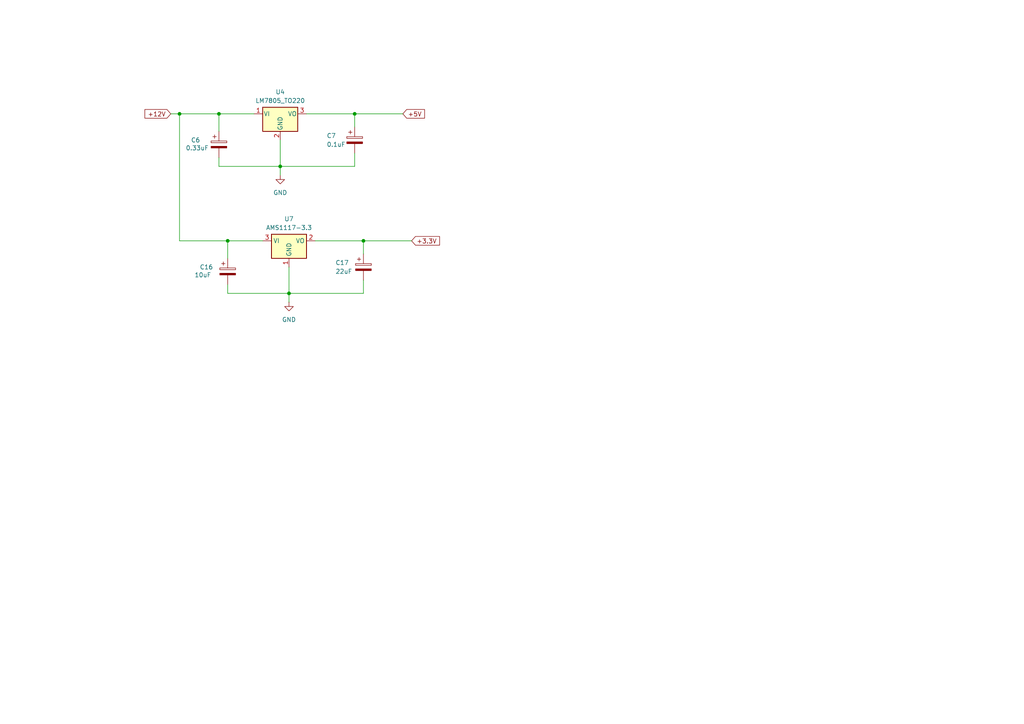
<source format=kicad_sch>
(kicad_sch
	(version 20250114)
	(generator "eeschema")
	(generator_version "9.0")
	(uuid "e9cbe54d-d0cb-43d7-ab7d-db4f338e7d1e")
	(paper "A4")
	(title_block
		(title "Modulo de regulación de alimentaciones")
	)
	(lib_symbols
		(symbol "Device:C_Polarized"
			(pin_numbers
				(hide yes)
			)
			(pin_names
				(offset 0.254)
			)
			(exclude_from_sim no)
			(in_bom yes)
			(on_board yes)
			(property "Reference" "C"
				(at 0.635 2.54 0)
				(effects
					(font
						(size 1.27 1.27)
					)
					(justify left)
				)
			)
			(property "Value" "C_Polarized"
				(at 0.635 -2.54 0)
				(effects
					(font
						(size 1.27 1.27)
					)
					(justify left)
				)
			)
			(property "Footprint" ""
				(at 0.9652 -3.81 0)
				(effects
					(font
						(size 1.27 1.27)
					)
					(hide yes)
				)
			)
			(property "Datasheet" "~"
				(at 0 0 0)
				(effects
					(font
						(size 1.27 1.27)
					)
					(hide yes)
				)
			)
			(property "Description" "Polarized capacitor"
				(at 0 0 0)
				(effects
					(font
						(size 1.27 1.27)
					)
					(hide yes)
				)
			)
			(property "ki_keywords" "cap capacitor"
				(at 0 0 0)
				(effects
					(font
						(size 1.27 1.27)
					)
					(hide yes)
				)
			)
			(property "ki_fp_filters" "CP_*"
				(at 0 0 0)
				(effects
					(font
						(size 1.27 1.27)
					)
					(hide yes)
				)
			)
			(symbol "C_Polarized_0_1"
				(rectangle
					(start -2.286 0.508)
					(end 2.286 1.016)
					(stroke
						(width 0)
						(type default)
					)
					(fill
						(type none)
					)
				)
				(polyline
					(pts
						(xy -1.778 2.286) (xy -0.762 2.286)
					)
					(stroke
						(width 0)
						(type default)
					)
					(fill
						(type none)
					)
				)
				(polyline
					(pts
						(xy -1.27 2.794) (xy -1.27 1.778)
					)
					(stroke
						(width 0)
						(type default)
					)
					(fill
						(type none)
					)
				)
				(rectangle
					(start 2.286 -0.508)
					(end -2.286 -1.016)
					(stroke
						(width 0)
						(type default)
					)
					(fill
						(type outline)
					)
				)
			)
			(symbol "C_Polarized_1_1"
				(pin passive line
					(at 0 3.81 270)
					(length 2.794)
					(name "~"
						(effects
							(font
								(size 1.27 1.27)
							)
						)
					)
					(number "1"
						(effects
							(font
								(size 1.27 1.27)
							)
						)
					)
				)
				(pin passive line
					(at 0 -3.81 90)
					(length 2.794)
					(name "~"
						(effects
							(font
								(size 1.27 1.27)
							)
						)
					)
					(number "2"
						(effects
							(font
								(size 1.27 1.27)
							)
						)
					)
				)
			)
			(embedded_fonts no)
		)
		(symbol "Regulator_Linear:AMS1117-3.3"
			(exclude_from_sim no)
			(in_bom yes)
			(on_board yes)
			(property "Reference" "U"
				(at -3.81 3.175 0)
				(effects
					(font
						(size 1.27 1.27)
					)
				)
			)
			(property "Value" "AMS1117-3.3"
				(at 0 3.175 0)
				(effects
					(font
						(size 1.27 1.27)
					)
					(justify left)
				)
			)
			(property "Footprint" "Package_TO_SOT_SMD:SOT-223-3_TabPin2"
				(at 0 5.08 0)
				(effects
					(font
						(size 1.27 1.27)
					)
					(hide yes)
				)
			)
			(property "Datasheet" "http://www.advanced-monolithic.com/pdf/ds1117.pdf"
				(at 2.54 -6.35 0)
				(effects
					(font
						(size 1.27 1.27)
					)
					(hide yes)
				)
			)
			(property "Description" "1A Low Dropout regulator, positive, 3.3V fixed output, SOT-223"
				(at 0 0 0)
				(effects
					(font
						(size 1.27 1.27)
					)
					(hide yes)
				)
			)
			(property "ki_keywords" "linear regulator ldo fixed positive"
				(at 0 0 0)
				(effects
					(font
						(size 1.27 1.27)
					)
					(hide yes)
				)
			)
			(property "ki_fp_filters" "SOT?223*TabPin2*"
				(at 0 0 0)
				(effects
					(font
						(size 1.27 1.27)
					)
					(hide yes)
				)
			)
			(symbol "AMS1117-3.3_0_1"
				(rectangle
					(start -5.08 -5.08)
					(end 5.08 1.905)
					(stroke
						(width 0.254)
						(type default)
					)
					(fill
						(type background)
					)
				)
			)
			(symbol "AMS1117-3.3_1_1"
				(pin power_in line
					(at -7.62 0 0)
					(length 2.54)
					(name "VI"
						(effects
							(font
								(size 1.27 1.27)
							)
						)
					)
					(number "3"
						(effects
							(font
								(size 1.27 1.27)
							)
						)
					)
				)
				(pin power_in line
					(at 0 -7.62 90)
					(length 2.54)
					(name "GND"
						(effects
							(font
								(size 1.27 1.27)
							)
						)
					)
					(number "1"
						(effects
							(font
								(size 1.27 1.27)
							)
						)
					)
				)
				(pin power_out line
					(at 7.62 0 180)
					(length 2.54)
					(name "VO"
						(effects
							(font
								(size 1.27 1.27)
							)
						)
					)
					(number "2"
						(effects
							(font
								(size 1.27 1.27)
							)
						)
					)
				)
			)
			(embedded_fonts no)
		)
		(symbol "Regulator_Linear:LM7805_TO220"
			(pin_names
				(offset 0.254)
			)
			(exclude_from_sim no)
			(in_bom yes)
			(on_board yes)
			(property "Reference" "U"
				(at -3.81 3.175 0)
				(effects
					(font
						(size 1.27 1.27)
					)
				)
			)
			(property "Value" "LM7805_TO220"
				(at 0 3.175 0)
				(effects
					(font
						(size 1.27 1.27)
					)
					(justify left)
				)
			)
			(property "Footprint" "Package_TO_SOT_THT:TO-220-3_Vertical"
				(at 0 5.715 0)
				(effects
					(font
						(size 1.27 1.27)
						(italic yes)
					)
					(hide yes)
				)
			)
			(property "Datasheet" "https://www.onsemi.cn/PowerSolutions/document/MC7800-D.PDF"
				(at 0 -1.27 0)
				(effects
					(font
						(size 1.27 1.27)
					)
					(hide yes)
				)
			)
			(property "Description" "Positive 1A 35V Linear Regulator, Fixed Output 5V, TO-220"
				(at 0 0 0)
				(effects
					(font
						(size 1.27 1.27)
					)
					(hide yes)
				)
			)
			(property "ki_keywords" "Voltage Regulator 1A Positive"
				(at 0 0 0)
				(effects
					(font
						(size 1.27 1.27)
					)
					(hide yes)
				)
			)
			(property "ki_fp_filters" "TO?220*"
				(at 0 0 0)
				(effects
					(font
						(size 1.27 1.27)
					)
					(hide yes)
				)
			)
			(symbol "LM7805_TO220_0_1"
				(rectangle
					(start -5.08 1.905)
					(end 5.08 -5.08)
					(stroke
						(width 0.254)
						(type default)
					)
					(fill
						(type background)
					)
				)
			)
			(symbol "LM7805_TO220_1_1"
				(pin power_in line
					(at -7.62 0 0)
					(length 2.54)
					(name "VI"
						(effects
							(font
								(size 1.27 1.27)
							)
						)
					)
					(number "1"
						(effects
							(font
								(size 1.27 1.27)
							)
						)
					)
				)
				(pin power_in line
					(at 0 -7.62 90)
					(length 2.54)
					(name "GND"
						(effects
							(font
								(size 1.27 1.27)
							)
						)
					)
					(number "2"
						(effects
							(font
								(size 1.27 1.27)
							)
						)
					)
				)
				(pin power_out line
					(at 7.62 0 180)
					(length 2.54)
					(name "VO"
						(effects
							(font
								(size 1.27 1.27)
							)
						)
					)
					(number "3"
						(effects
							(font
								(size 1.27 1.27)
							)
						)
					)
				)
			)
			(embedded_fonts no)
		)
		(symbol "power:GND"
			(power)
			(pin_numbers
				(hide yes)
			)
			(pin_names
				(offset 0)
				(hide yes)
			)
			(exclude_from_sim no)
			(in_bom yes)
			(on_board yes)
			(property "Reference" "#PWR"
				(at 0 -6.35 0)
				(effects
					(font
						(size 1.27 1.27)
					)
					(hide yes)
				)
			)
			(property "Value" "GND"
				(at 0 -3.81 0)
				(effects
					(font
						(size 1.27 1.27)
					)
				)
			)
			(property "Footprint" ""
				(at 0 0 0)
				(effects
					(font
						(size 1.27 1.27)
					)
					(hide yes)
				)
			)
			(property "Datasheet" ""
				(at 0 0 0)
				(effects
					(font
						(size 1.27 1.27)
					)
					(hide yes)
				)
			)
			(property "Description" "Power symbol creates a global label with name \"GND\" , ground"
				(at 0 0 0)
				(effects
					(font
						(size 1.27 1.27)
					)
					(hide yes)
				)
			)
			(property "ki_keywords" "global power"
				(at 0 0 0)
				(effects
					(font
						(size 1.27 1.27)
					)
					(hide yes)
				)
			)
			(symbol "GND_0_1"
				(polyline
					(pts
						(xy 0 0) (xy 0 -1.27) (xy 1.27 -1.27) (xy 0 -2.54) (xy -1.27 -1.27) (xy 0 -1.27)
					)
					(stroke
						(width 0)
						(type default)
					)
					(fill
						(type none)
					)
				)
			)
			(symbol "GND_1_1"
				(pin power_in line
					(at 0 0 270)
					(length 0)
					(name "~"
						(effects
							(font
								(size 1.27 1.27)
							)
						)
					)
					(number "1"
						(effects
							(font
								(size 1.27 1.27)
							)
						)
					)
				)
			)
			(embedded_fonts no)
		)
	)
	(junction
		(at 63.5 33.02)
		(diameter 0)
		(color 0 0 0 0)
		(uuid "289475d8-8f33-436d-b891-d861a7bbc3f6")
	)
	(junction
		(at 102.87 33.02)
		(diameter 0)
		(color 0 0 0 0)
		(uuid "4b081e02-03ef-4853-bded-630ecdbf8e24")
	)
	(junction
		(at 52.07 33.02)
		(diameter 0)
		(color 0 0 0 0)
		(uuid "5bfce696-6f7d-405e-ac9f-cb2ed1a8e49d")
	)
	(junction
		(at 105.41 69.85)
		(diameter 0)
		(color 0 0 0 0)
		(uuid "718222b4-5bb1-4496-a207-10719bf3360d")
	)
	(junction
		(at 83.82 85.09)
		(diameter 0)
		(color 0 0 0 0)
		(uuid "85dafb79-3e5e-4611-86e5-f94a7c1822a3")
	)
	(junction
		(at 66.04 69.85)
		(diameter 0)
		(color 0 0 0 0)
		(uuid "867ec097-e0a0-457f-8d2b-0754b890622b")
	)
	(junction
		(at 81.28 48.26)
		(diameter 0)
		(color 0 0 0 0)
		(uuid "bf8bcee9-4b00-4896-9990-f1c5bb66681e")
	)
	(wire
		(pts
			(xy 49.53 33.02) (xy 52.07 33.02)
		)
		(stroke
			(width 0)
			(type default)
		)
		(uuid "04c3270c-4f3b-4b6e-8356-a8528ca336ba")
	)
	(wire
		(pts
			(xy 66.04 69.85) (xy 76.2 69.85)
		)
		(stroke
			(width 0)
			(type default)
		)
		(uuid "0962cb1d-78fa-44a1-8eb5-7d7c4f6d0775")
	)
	(wire
		(pts
			(xy 83.82 77.47) (xy 83.82 85.09)
		)
		(stroke
			(width 0)
			(type default)
		)
		(uuid "128e27f7-f0bd-49b8-aeb1-b50d6e1cdd6d")
	)
	(wire
		(pts
			(xy 66.04 85.09) (xy 83.82 85.09)
		)
		(stroke
			(width 0)
			(type default)
		)
		(uuid "15b412e9-825b-4737-a46a-186321b169d7")
	)
	(wire
		(pts
			(xy 81.28 48.26) (xy 81.28 50.8)
		)
		(stroke
			(width 0)
			(type default)
		)
		(uuid "1cb7bf31-5865-4173-84a3-0ac0027e85c8")
	)
	(wire
		(pts
			(xy 52.07 33.02) (xy 52.07 69.85)
		)
		(stroke
			(width 0)
			(type default)
		)
		(uuid "247e051d-6caf-409e-9f93-9e9362d0d724")
	)
	(wire
		(pts
			(xy 91.44 69.85) (xy 105.41 69.85)
		)
		(stroke
			(width 0)
			(type default)
		)
		(uuid "2564c278-8c1b-47cf-9b51-76f88a92dd6d")
	)
	(wire
		(pts
			(xy 102.87 33.02) (xy 102.87 36.83)
		)
		(stroke
			(width 0)
			(type default)
		)
		(uuid "2565cb85-bd3d-4ea0-a7a3-315369700bcb")
	)
	(wire
		(pts
			(xy 81.28 40.64) (xy 81.28 48.26)
		)
		(stroke
			(width 0)
			(type default)
		)
		(uuid "3f22e390-e0e7-47f6-9fa3-977b80f78422")
	)
	(wire
		(pts
			(xy 105.41 85.09) (xy 83.82 85.09)
		)
		(stroke
			(width 0)
			(type default)
		)
		(uuid "50e661c4-60ec-456a-922d-8694ead8d24c")
	)
	(wire
		(pts
			(xy 52.07 69.85) (xy 66.04 69.85)
		)
		(stroke
			(width 0)
			(type default)
		)
		(uuid "640de431-1318-4eec-bf85-458ec98562b8")
	)
	(wire
		(pts
			(xy 63.5 48.26) (xy 81.28 48.26)
		)
		(stroke
			(width 0)
			(type default)
		)
		(uuid "72dbfdae-4e0d-42ee-8a20-52e90b95bc27")
	)
	(wire
		(pts
			(xy 66.04 82.55) (xy 66.04 85.09)
		)
		(stroke
			(width 0)
			(type default)
		)
		(uuid "82a5d376-8390-4697-b55a-a149a4cac1ab")
	)
	(wire
		(pts
			(xy 63.5 33.02) (xy 73.66 33.02)
		)
		(stroke
			(width 0)
			(type default)
		)
		(uuid "875e24a8-3844-4ec9-a4c9-75b6849ff6d3")
	)
	(wire
		(pts
			(xy 88.9 33.02) (xy 102.87 33.02)
		)
		(stroke
			(width 0)
			(type default)
		)
		(uuid "8e936c14-4d0f-4715-b0e7-4014bb650130")
	)
	(wire
		(pts
			(xy 105.41 69.85) (xy 105.41 73.66)
		)
		(stroke
			(width 0)
			(type default)
		)
		(uuid "904d723f-0595-46a2-96ae-33ce024f965a")
	)
	(wire
		(pts
			(xy 63.5 33.02) (xy 63.5 38.1)
		)
		(stroke
			(width 0)
			(type default)
		)
		(uuid "9277f189-4978-43fb-afb4-e1e64694761c")
	)
	(wire
		(pts
			(xy 105.41 69.85) (xy 119.38 69.85)
		)
		(stroke
			(width 0)
			(type default)
		)
		(uuid "a3137dff-ced4-4a29-a1c6-af40c22a41ce")
	)
	(wire
		(pts
			(xy 66.04 69.85) (xy 66.04 74.93)
		)
		(stroke
			(width 0)
			(type default)
		)
		(uuid "bd58134e-5672-4905-ae91-cff20b491dc6")
	)
	(wire
		(pts
			(xy 102.87 44.45) (xy 102.87 48.26)
		)
		(stroke
			(width 0)
			(type default)
		)
		(uuid "d09fdc96-4ebe-4385-9a00-09c5865041ff")
	)
	(wire
		(pts
			(xy 102.87 33.02) (xy 116.84 33.02)
		)
		(stroke
			(width 0)
			(type default)
		)
		(uuid "d1d2fe94-4121-488e-84e5-651a9c6c2ed3")
	)
	(wire
		(pts
			(xy 63.5 45.72) (xy 63.5 48.26)
		)
		(stroke
			(width 0)
			(type default)
		)
		(uuid "dc1e5ceb-f798-4a39-8df7-4b49f8350a8d")
	)
	(wire
		(pts
			(xy 52.07 33.02) (xy 63.5 33.02)
		)
		(stroke
			(width 0)
			(type default)
		)
		(uuid "e0ac15c0-ffb7-4193-a528-bcde4b309a68")
	)
	(wire
		(pts
			(xy 105.41 81.28) (xy 105.41 85.09)
		)
		(stroke
			(width 0)
			(type default)
		)
		(uuid "e5ce35e5-1bc9-4a1b-957e-bf0d635b5ace")
	)
	(wire
		(pts
			(xy 102.87 48.26) (xy 81.28 48.26)
		)
		(stroke
			(width 0)
			(type default)
		)
		(uuid "e7c5489b-48a2-4253-8dbe-51ee1016463f")
	)
	(wire
		(pts
			(xy 83.82 85.09) (xy 83.82 87.63)
		)
		(stroke
			(width 0)
			(type default)
		)
		(uuid "f30e73cb-5b3a-4362-ac37-a9777a80298a")
	)
	(global_label "+5V"
		(shape input)
		(at 116.84 33.02 0)
		(fields_autoplaced yes)
		(effects
			(font
				(size 1.27 1.27)
			)
			(justify left)
		)
		(uuid "2dfde3f0-9f63-4503-8ce8-a13959f0b6a0")
		(property "Intersheetrefs" "${INTERSHEET_REFS}"
			(at 123.6957 33.02 0)
			(effects
				(font
					(size 1.27 1.27)
				)
				(justify left)
				(hide yes)
			)
		)
	)
	(global_label "+12V"
		(shape input)
		(at 49.53 33.02 180)
		(fields_autoplaced yes)
		(effects
			(font
				(size 1.27 1.27)
			)
			(justify right)
		)
		(uuid "82226b14-f829-4c0f-bb78-9970f67c77e6")
		(property "Intersheetrefs" "${INTERSHEET_REFS}"
			(at 41.4648 33.02 0)
			(effects
				(font
					(size 1.27 1.27)
				)
				(justify right)
				(hide yes)
			)
		)
	)
	(global_label "+3.3V"
		(shape input)
		(at 119.38 69.85 0)
		(fields_autoplaced yes)
		(effects
			(font
				(size 1.27 1.27)
			)
			(justify left)
		)
		(uuid "d1a12161-1e76-4184-befd-4c28c1dca5c8")
		(property "Intersheetrefs" "${INTERSHEET_REFS}"
			(at 128.05 69.85 0)
			(effects
				(font
					(size 1.27 1.27)
				)
				(justify left)
				(hide yes)
			)
		)
	)
	(symbol
		(lib_id "Device:C_Polarized")
		(at 66.04 78.74 0)
		(unit 1)
		(exclude_from_sim no)
		(in_bom yes)
		(on_board yes)
		(dnp no)
		(uuid "269ffd0a-f6ee-4e71-9d0d-bdb53815cf70")
		(property "Reference" "C16"
			(at 57.912 77.47 0)
			(effects
				(font
					(size 1.27 1.27)
				)
				(justify left)
			)
		)
		(property "Value" "10uF"
			(at 56.388 79.756 0)
			(effects
				(font
					(size 1.27 1.27)
				)
				(justify left)
			)
		)
		(property "Footprint" ""
			(at 67.0052 82.55 0)
			(effects
				(font
					(size 1.27 1.27)
				)
				(hide yes)
			)
		)
		(property "Datasheet" "~"
			(at 66.04 78.74 0)
			(effects
				(font
					(size 1.27 1.27)
				)
				(hide yes)
			)
		)
		(property "Description" "Polarized capacitor"
			(at 66.04 78.74 0)
			(effects
				(font
					(size 1.27 1.27)
				)
				(hide yes)
			)
		)
		(pin "2"
			(uuid "8dc8776c-495f-41cf-8307-e53f017aa7c4")
		)
		(pin "1"
			(uuid "9146cc5c-eb73-4f27-887a-ecf5c070ef2b")
		)
		(instances
			(project "TFG_EC"
				(path "/03cb4eb5-4821-4614-a602-b5718b8b667e/e080cdf1-0e2b-416f-945f-1714aefa2ca9"
					(reference "C16")
					(unit 1)
				)
			)
		)
	)
	(symbol
		(lib_id "power:GND")
		(at 83.82 87.63 0)
		(unit 1)
		(exclude_from_sim no)
		(in_bom yes)
		(on_board yes)
		(dnp no)
		(fields_autoplaced yes)
		(uuid "29403e98-d84a-45c3-892c-9a115c875501")
		(property "Reference" "#PWR011"
			(at 83.82 93.98 0)
			(effects
				(font
					(size 1.27 1.27)
				)
				(hide yes)
			)
		)
		(property "Value" "GND"
			(at 83.82 92.71 0)
			(effects
				(font
					(size 1.27 1.27)
				)
			)
		)
		(property "Footprint" ""
			(at 83.82 87.63 0)
			(effects
				(font
					(size 1.27 1.27)
				)
				(hide yes)
			)
		)
		(property "Datasheet" ""
			(at 83.82 87.63 0)
			(effects
				(font
					(size 1.27 1.27)
				)
				(hide yes)
			)
		)
		(property "Description" "Power symbol creates a global label with name \"GND\" , ground"
			(at 83.82 87.63 0)
			(effects
				(font
					(size 1.27 1.27)
				)
				(hide yes)
			)
		)
		(pin "1"
			(uuid "fe00079c-69bc-4601-937f-75d4fc5d2314")
		)
		(instances
			(project "TFG_EC"
				(path "/03cb4eb5-4821-4614-a602-b5718b8b667e/e080cdf1-0e2b-416f-945f-1714aefa2ca9"
					(reference "#PWR011")
					(unit 1)
				)
			)
		)
	)
	(symbol
		(lib_id "Regulator_Linear:LM7805_TO220")
		(at 81.28 33.02 0)
		(unit 1)
		(exclude_from_sim no)
		(in_bom yes)
		(on_board yes)
		(dnp no)
		(fields_autoplaced yes)
		(uuid "97f2f0f7-ab44-49ec-ad6f-0ece7b0cce8b")
		(property "Reference" "U4"
			(at 81.28 26.67 0)
			(effects
				(font
					(size 1.27 1.27)
				)
			)
		)
		(property "Value" "LM7805_TO220"
			(at 81.28 29.21 0)
			(effects
				(font
					(size 1.27 1.27)
				)
			)
		)
		(property "Footprint" "Package_TO_SOT_THT:TO-220-3_Vertical"
			(at 81.28 27.305 0)
			(effects
				(font
					(size 1.27 1.27)
					(italic yes)
				)
				(hide yes)
			)
		)
		(property "Datasheet" "https://www.onsemi.cn/PowerSolutions/document/MC7800-D.PDF"
			(at 81.28 34.29 0)
			(effects
				(font
					(size 1.27 1.27)
				)
				(hide yes)
			)
		)
		(property "Description" "Positive 1A 35V Linear Regulator, Fixed Output 5V, TO-220"
			(at 81.28 33.02 0)
			(effects
				(font
					(size 1.27 1.27)
				)
				(hide yes)
			)
		)
		(pin "2"
			(uuid "e740c36b-645c-4419-b69e-6f0b1b232349")
		)
		(pin "1"
			(uuid "57b0e5bf-7b54-4e76-9416-c71406299023")
		)
		(pin "3"
			(uuid "91bb53b1-fdd8-4e77-80bc-0d3430ab4ce5")
		)
		(instances
			(project ""
				(path "/03cb4eb5-4821-4614-a602-b5718b8b667e/e080cdf1-0e2b-416f-945f-1714aefa2ca9"
					(reference "U4")
					(unit 1)
				)
			)
		)
	)
	(symbol
		(lib_id "Device:C_Polarized")
		(at 102.87 40.64 0)
		(unit 1)
		(exclude_from_sim no)
		(in_bom yes)
		(on_board yes)
		(dnp no)
		(uuid "a9683714-55fb-4cb7-b06e-032d4fd3cbab")
		(property "Reference" "C7"
			(at 94.742 39.37 0)
			(effects
				(font
					(size 1.27 1.27)
				)
				(justify left)
			)
		)
		(property "Value" "0.1uF"
			(at 94.742 41.91 0)
			(effects
				(font
					(size 1.27 1.27)
				)
				(justify left)
			)
		)
		(property "Footprint" ""
			(at 103.8352 44.45 0)
			(effects
				(font
					(size 1.27 1.27)
				)
				(hide yes)
			)
		)
		(property "Datasheet" "~"
			(at 102.87 40.64 0)
			(effects
				(font
					(size 1.27 1.27)
				)
				(hide yes)
			)
		)
		(property "Description" "Polarized capacitor"
			(at 102.87 40.64 0)
			(effects
				(font
					(size 1.27 1.27)
				)
				(hide yes)
			)
		)
		(pin "2"
			(uuid "90abca51-8612-46cf-acf0-2c5eeea4935a")
		)
		(pin "1"
			(uuid "3b3f80ff-2990-4fab-ac80-c14a0b8a345a")
		)
		(instances
			(project "TFG_EC"
				(path "/03cb4eb5-4821-4614-a602-b5718b8b667e/e080cdf1-0e2b-416f-945f-1714aefa2ca9"
					(reference "C7")
					(unit 1)
				)
			)
		)
	)
	(symbol
		(lib_id "power:GND")
		(at 81.28 50.8 0)
		(unit 1)
		(exclude_from_sim no)
		(in_bom yes)
		(on_board yes)
		(dnp no)
		(fields_autoplaced yes)
		(uuid "aba60fef-a0ad-4d14-8976-b6262d3bad62")
		(property "Reference" "#PWR04"
			(at 81.28 57.15 0)
			(effects
				(font
					(size 1.27 1.27)
				)
				(hide yes)
			)
		)
		(property "Value" "GND"
			(at 81.28 55.88 0)
			(effects
				(font
					(size 1.27 1.27)
				)
			)
		)
		(property "Footprint" ""
			(at 81.28 50.8 0)
			(effects
				(font
					(size 1.27 1.27)
				)
				(hide yes)
			)
		)
		(property "Datasheet" ""
			(at 81.28 50.8 0)
			(effects
				(font
					(size 1.27 1.27)
				)
				(hide yes)
			)
		)
		(property "Description" "Power symbol creates a global label with name \"GND\" , ground"
			(at 81.28 50.8 0)
			(effects
				(font
					(size 1.27 1.27)
				)
				(hide yes)
			)
		)
		(pin "1"
			(uuid "8406672e-2fc3-4c6f-90aa-23f36d0f0d26")
		)
		(instances
			(project ""
				(path "/03cb4eb5-4821-4614-a602-b5718b8b667e/e080cdf1-0e2b-416f-945f-1714aefa2ca9"
					(reference "#PWR04")
					(unit 1)
				)
			)
		)
	)
	(symbol
		(lib_id "Regulator_Linear:AMS1117-3.3")
		(at 83.82 69.85 0)
		(unit 1)
		(exclude_from_sim no)
		(in_bom yes)
		(on_board yes)
		(dnp no)
		(fields_autoplaced yes)
		(uuid "b4603946-0dcd-4fe4-8e8c-d4c391e452f6")
		(property "Reference" "U7"
			(at 83.82 63.5 0)
			(effects
				(font
					(size 1.27 1.27)
				)
			)
		)
		(property "Value" "AMS1117-3.3"
			(at 83.82 66.04 0)
			(effects
				(font
					(size 1.27 1.27)
				)
			)
		)
		(property "Footprint" "Package_TO_SOT_SMD:SOT-223-3_TabPin2"
			(at 83.82 64.77 0)
			(effects
				(font
					(size 1.27 1.27)
				)
				(hide yes)
			)
		)
		(property "Datasheet" "http://www.advanced-monolithic.com/pdf/ds1117.pdf"
			(at 86.36 76.2 0)
			(effects
				(font
					(size 1.27 1.27)
				)
				(hide yes)
			)
		)
		(property "Description" "1A Low Dropout regulator, positive, 3.3V fixed output, SOT-223"
			(at 83.82 69.85 0)
			(effects
				(font
					(size 1.27 1.27)
				)
				(hide yes)
			)
		)
		(pin "3"
			(uuid "2ca0d5ee-b356-4c30-837c-ac5b0a141dd4")
		)
		(pin "2"
			(uuid "b9bc0b00-929a-4283-ab59-35d99ca9f5f4")
		)
		(pin "1"
			(uuid "01336782-63b6-42a1-9c5b-e36edf61382a")
		)
		(instances
			(project ""
				(path "/03cb4eb5-4821-4614-a602-b5718b8b667e/e080cdf1-0e2b-416f-945f-1714aefa2ca9"
					(reference "U7")
					(unit 1)
				)
			)
		)
	)
	(symbol
		(lib_id "Device:C_Polarized")
		(at 63.5 41.91 0)
		(unit 1)
		(exclude_from_sim no)
		(in_bom yes)
		(on_board yes)
		(dnp no)
		(uuid "bb8577ad-ceef-404e-a3bb-fe824e3ee05b")
		(property "Reference" "C6"
			(at 55.372 40.64 0)
			(effects
				(font
					(size 1.27 1.27)
				)
				(justify left)
			)
		)
		(property "Value" "0.33uF"
			(at 53.848 42.926 0)
			(effects
				(font
					(size 1.27 1.27)
				)
				(justify left)
			)
		)
		(property "Footprint" ""
			(at 64.4652 45.72 0)
			(effects
				(font
					(size 1.27 1.27)
				)
				(hide yes)
			)
		)
		(property "Datasheet" "~"
			(at 63.5 41.91 0)
			(effects
				(font
					(size 1.27 1.27)
				)
				(hide yes)
			)
		)
		(property "Description" "Polarized capacitor"
			(at 63.5 41.91 0)
			(effects
				(font
					(size 1.27 1.27)
				)
				(hide yes)
			)
		)
		(pin "2"
			(uuid "98099b87-0300-49ee-97ba-70a2b779e3a4")
		)
		(pin "1"
			(uuid "b2f88c7e-0a59-4cf2-9401-e65f1f33ecee")
		)
		(instances
			(project "TFG_EC"
				(path "/03cb4eb5-4821-4614-a602-b5718b8b667e/e080cdf1-0e2b-416f-945f-1714aefa2ca9"
					(reference "C6")
					(unit 1)
				)
			)
		)
	)
	(symbol
		(lib_id "Device:C_Polarized")
		(at 105.41 77.47 0)
		(unit 1)
		(exclude_from_sim no)
		(in_bom yes)
		(on_board yes)
		(dnp no)
		(uuid "e9905f55-8e3f-4a60-83cb-0f4d1f788077")
		(property "Reference" "C17"
			(at 97.282 76.2 0)
			(effects
				(font
					(size 1.27 1.27)
				)
				(justify left)
			)
		)
		(property "Value" "22uF"
			(at 97.282 78.74 0)
			(effects
				(font
					(size 1.27 1.27)
				)
				(justify left)
			)
		)
		(property "Footprint" ""
			(at 106.3752 81.28 0)
			(effects
				(font
					(size 1.27 1.27)
				)
				(hide yes)
			)
		)
		(property "Datasheet" "~"
			(at 105.41 77.47 0)
			(effects
				(font
					(size 1.27 1.27)
				)
				(hide yes)
			)
		)
		(property "Description" "Polarized capacitor"
			(at 105.41 77.47 0)
			(effects
				(font
					(size 1.27 1.27)
				)
				(hide yes)
			)
		)
		(pin "2"
			(uuid "b570d6fc-c8ac-4bc2-a058-691c76b6aabc")
		)
		(pin "1"
			(uuid "6d50df99-a65c-4651-875a-6c32c42685b3")
		)
		(instances
			(project "TFG_EC"
				(path "/03cb4eb5-4821-4614-a602-b5718b8b667e/e080cdf1-0e2b-416f-945f-1714aefa2ca9"
					(reference "C17")
					(unit 1)
				)
			)
		)
	)
)

</source>
